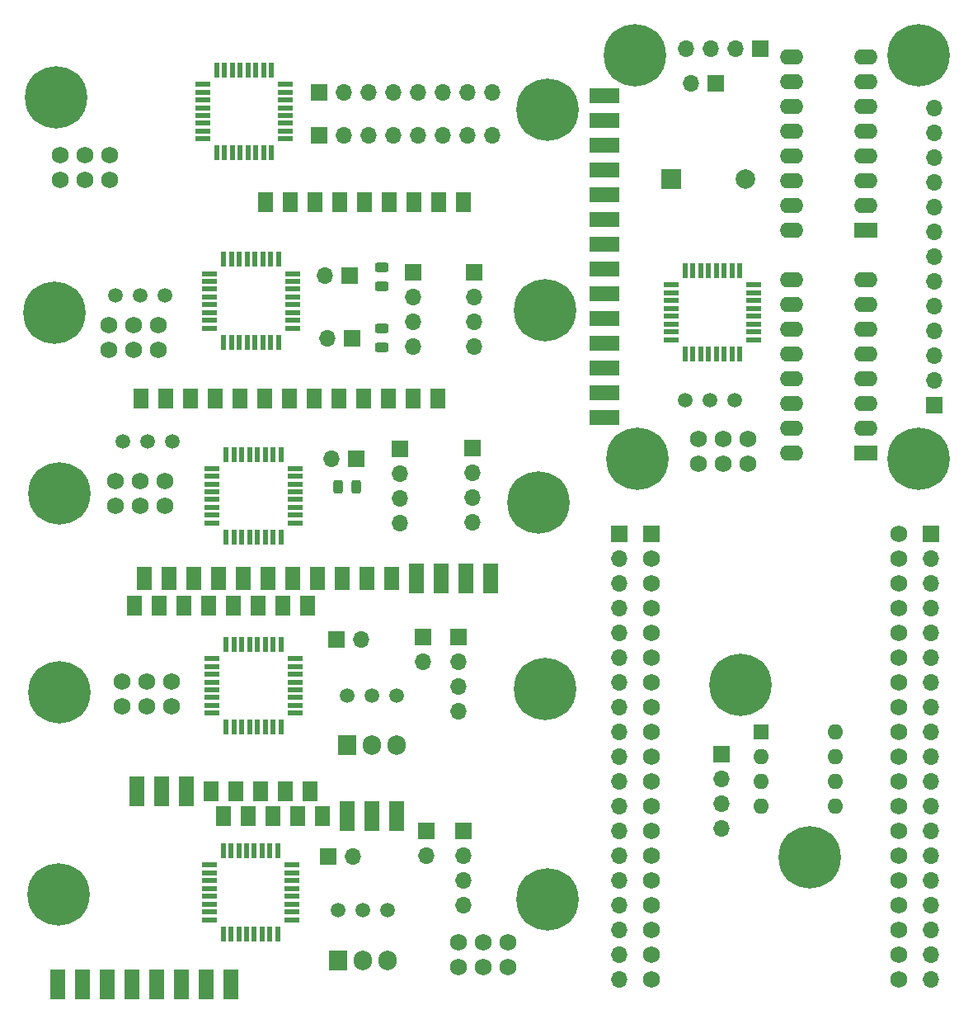
<source format=gbr>
%TF.GenerationSoftware,KiCad,Pcbnew,7.0.7*%
%TF.CreationDate,2023-11-05T16:16:48-05:00*%
%TF.ProjectId,MaisonEtape1,4d616973-6f6e-4457-9461-7065312e6b69,rev?*%
%TF.SameCoordinates,Original*%
%TF.FileFunction,Soldermask,Top*%
%TF.FilePolarity,Negative*%
%FSLAX46Y46*%
G04 Gerber Fmt 4.6, Leading zero omitted, Abs format (unit mm)*
G04 Created by KiCad (PCBNEW 7.0.7) date 2023-11-05 16:16:48*
%MOMM*%
%LPD*%
G01*
G04 APERTURE LIST*
G04 Aperture macros list*
%AMRoundRect*
0 Rectangle with rounded corners*
0 $1 Rounding radius*
0 $2 $3 $4 $5 $6 $7 $8 $9 X,Y pos of 4 corners*
0 Add a 4 corners polygon primitive as box body*
4,1,4,$2,$3,$4,$5,$6,$7,$8,$9,$2,$3,0*
0 Add four circle primitives for the rounded corners*
1,1,$1+$1,$2,$3*
1,1,$1+$1,$4,$5*
1,1,$1+$1,$6,$7*
1,1,$1+$1,$8,$9*
0 Add four rect primitives between the rounded corners*
20,1,$1+$1,$2,$3,$4,$5,0*
20,1,$1+$1,$4,$5,$6,$7,0*
20,1,$1+$1,$6,$7,$8,$9,0*
20,1,$1+$1,$8,$9,$2,$3,0*%
%AMFreePoly0*
4,1,5,0.762000,-1.524000,-0.762000,-1.524000,-0.762000,1.524000,0.762000,1.524000,0.762000,-1.524000,0.762000,-1.524000,$1*%
%AMFreePoly1*
4,1,5,0.762000,-1.200000,-0.762000,-1.200000,-0.762000,1.200000,0.762000,1.200000,0.762000,-1.200000,0.762000,-1.200000,$1*%
%AMFreePoly2*
4,1,5,0.762000,-1.050000,-0.762000,-1.050000,-0.762000,1.050000,0.762000,1.050000,0.762000,-1.050000,0.762000,-1.050000,$1*%
%AMFreePoly3*
4,1,5,0.762000,-1.000000,-0.762000,-1.000000,-0.762000,1.000000,0.762000,1.000000,0.762000,-1.000000,0.762000,-1.000000,$1*%
G04 Aperture macros list end*
%ADD10RoundRect,0.243750X-0.456250X0.243750X-0.456250X-0.243750X0.456250X-0.243750X0.456250X0.243750X0*%
%ADD11FreePoly0,180.000000*%
%ADD12FreePoly1,180.000000*%
%ADD13R,1.700000X1.700000*%
%ADD14O,1.700000X1.700000*%
%ADD15C,1.750000*%
%ADD16C,0.800000*%
%ADD17C,6.400000*%
%ADD18FreePoly0,0.000000*%
%ADD19FreePoly2,0.000000*%
%ADD20R,2.000000X2.000000*%
%ADD21C,2.000000*%
%ADD22R,2.400000X1.600000*%
%ADD23O,2.400000X1.600000*%
%ADD24RoundRect,0.102000X-0.765000X-0.765000X0.765000X-0.765000X0.765000X0.765000X-0.765000X0.765000X0*%
%ADD25C,1.734000*%
%ADD26R,0.550000X1.600000*%
%ADD27R,1.600000X0.550000*%
%ADD28FreePoly3,0.000000*%
%ADD29C,1.500000*%
%ADD30R,1.905000X2.000000*%
%ADD31O,1.905000X2.000000*%
%ADD32FreePoly0,270.000000*%
%ADD33R,1.600000X1.600000*%
%ADD34O,1.600000X1.600000*%
%ADD35RoundRect,0.243750X-0.243750X-0.456250X0.243750X-0.456250X0.243750X0.456250X-0.243750X0.456250X0*%
G04 APERTURE END LIST*
D10*
%TO.C,Window_1*%
X131445000Y-66880500D03*
X131445000Y-68755500D03*
%TD*%
D11*
%TO.C,U2_XT1*%
X142621000Y-98806000D03*
X140081000Y-98806000D03*
X137541000Y-98806000D03*
X135001000Y-98806000D03*
D12*
X132461000Y-98806000D03*
X129921000Y-98806000D03*
X127381000Y-98806000D03*
X124841000Y-98806000D03*
X122301000Y-98806000D03*
X119761000Y-98806000D03*
X117221000Y-98806000D03*
X114681000Y-98806000D03*
X112141000Y-98806000D03*
X109601000Y-98806000D03*
X107061000Y-98806000D03*
%TD*%
D13*
%TO.C,J_U2A1*%
X140750600Y-85410400D03*
D14*
X140750600Y-87950400D03*
X140750600Y-90490400D03*
X140750600Y-93030400D03*
%TD*%
D10*
%TO.C,Window_2*%
X131445000Y-73152000D03*
X131445000Y-75027000D03*
%TD*%
D13*
%TO.C,J14*%
X125027100Y-48895000D03*
D14*
X127567100Y-48895000D03*
X130107100Y-48895000D03*
X132647100Y-48895000D03*
X135187100Y-48895000D03*
X137727100Y-48895000D03*
X140267100Y-48895000D03*
X142807100Y-48895000D03*
%TD*%
D15*
%TO.C,J3*%
X104775000Y-111900000D03*
X104775000Y-109360000D03*
X107315000Y-111900000D03*
X107315000Y-109360000D03*
X109855000Y-111900000D03*
X109855000Y-109360000D03*
%TD*%
D13*
%TO.C,U5_PW1*%
X165735000Y-48006000D03*
D14*
X163195000Y-48006000D03*
%TD*%
D16*
%TO.C,MH15*%
X184163000Y-86461600D03*
X184865944Y-84764544D03*
X184865944Y-88158656D03*
X186563000Y-84061600D03*
D17*
X186563000Y-86461600D03*
D16*
X186563000Y-88861600D03*
X188260056Y-84764544D03*
X188260056Y-88158656D03*
X188963000Y-86461600D03*
%TD*%
D13*
%TO.C,J_SPI_4*%
X139827000Y-124714000D03*
D14*
X139827000Y-127254000D03*
X139827000Y-129794000D03*
X139827000Y-132334000D03*
%TD*%
D13*
%TO.C,J6*%
X187833000Y-94234000D03*
D14*
X187833000Y-96774000D03*
X187833000Y-99314000D03*
X187833000Y-101854000D03*
X187833000Y-104394000D03*
X187833000Y-106934000D03*
X187833000Y-109474000D03*
X187833000Y-112014000D03*
X187833000Y-114554000D03*
X187833000Y-117094000D03*
X187833000Y-119634000D03*
X187833000Y-122174000D03*
X187833000Y-124714000D03*
X187833000Y-127254000D03*
X187833000Y-129794000D03*
X187833000Y-132334000D03*
X187833000Y-134874000D03*
X187833000Y-137414000D03*
X187833000Y-139954000D03*
%TD*%
D18*
%TO.C,U4_XT_L1*%
X98171000Y-140462000D03*
X100711000Y-140462000D03*
X103251000Y-140462000D03*
X105791000Y-140462000D03*
X108331000Y-140462000D03*
X110871000Y-140462000D03*
X113411000Y-140462000D03*
X115951000Y-140462000D03*
%TD*%
D15*
%TO.C,J4*%
X139319000Y-138684000D03*
X139319000Y-136144000D03*
X141859000Y-138684000D03*
X141859000Y-136144000D03*
X144399000Y-138684000D03*
X144399000Y-136144000D03*
%TD*%
D13*
%TO.C,U4_PW1*%
X136017000Y-124699000D03*
D14*
X136017000Y-127239000D03*
%TD*%
D16*
%TO.C,MH12*%
X155287900Y-86533100D03*
X155990844Y-84836044D03*
X155990844Y-88230156D03*
X157687900Y-84133100D03*
D17*
X157687900Y-86533100D03*
D16*
X157687900Y-88933100D03*
X159384956Y-84836044D03*
X159384956Y-88230156D03*
X160087900Y-86533100D03*
%TD*%
D18*
%TO.C,U3_XT_R1*%
X106299000Y-120650000D03*
X108839000Y-120650000D03*
X111379000Y-120650000D03*
D19*
X113919000Y-120650000D03*
X116459000Y-120650000D03*
X118999000Y-120650000D03*
X121539000Y-120650000D03*
X124079000Y-120650000D03*
%TD*%
D20*
%TO.C,BZ1*%
X161183000Y-57810400D03*
D21*
X168783000Y-57810400D03*
%TD*%
D22*
%TO.C,U7*%
X181178200Y-85902800D03*
D23*
X181178200Y-83362800D03*
X181178200Y-80822800D03*
X181178200Y-78282800D03*
X181178200Y-75742800D03*
X181178200Y-73202800D03*
X181178200Y-70662800D03*
X181178200Y-68122800D03*
X173558200Y-68122800D03*
X173558200Y-70662800D03*
X173558200Y-73202800D03*
X173558200Y-75742800D03*
X173558200Y-78282800D03*
X173558200Y-80822800D03*
X173558200Y-83362800D03*
X173558200Y-85902800D03*
%TD*%
D16*
%TO.C,MH4*%
X184213800Y-45072000D03*
X184916744Y-43374944D03*
X184916744Y-46769056D03*
X186613800Y-42672000D03*
D17*
X186613800Y-45072000D03*
D16*
X186613800Y-47472000D03*
X188310856Y-43374944D03*
X188310856Y-46769056D03*
X189013800Y-45072000D03*
%TD*%
D24*
%TO.C,ESP32*%
X159131000Y-94234000D03*
D25*
X159131000Y-96774000D03*
X159131000Y-99314000D03*
X159131000Y-101854000D03*
X159131000Y-104394000D03*
X159131000Y-106934000D03*
X159131000Y-109474000D03*
X159131000Y-112014000D03*
X159131000Y-114554000D03*
X159131000Y-117094000D03*
X159131000Y-119634000D03*
X159131000Y-122174000D03*
X159131000Y-124714000D03*
X159131000Y-127254000D03*
X159131000Y-129794000D03*
X159131000Y-132334000D03*
X159131000Y-134874000D03*
X159131000Y-137414000D03*
X159131000Y-139954000D03*
X184531000Y-139954000D03*
X184531000Y-137414000D03*
X184531000Y-134874000D03*
X184531000Y-132334000D03*
X184531000Y-129794000D03*
X184531000Y-127254000D03*
X184531000Y-124714000D03*
X184531000Y-122174000D03*
X184531000Y-119634000D03*
X184531000Y-117094000D03*
X184531000Y-114554000D03*
X184531000Y-112014000D03*
X184531000Y-109474000D03*
X184531000Y-106934000D03*
X184531000Y-104394000D03*
X184531000Y-101854000D03*
X184531000Y-99314000D03*
X184531000Y-96774000D03*
X184531000Y-94234000D03*
%TD*%
D26*
%TO.C,U1*%
X120853000Y-66040000D03*
X120053000Y-66040000D03*
X119253000Y-66040000D03*
X118453000Y-66040000D03*
X117653000Y-66040000D03*
X116853000Y-66040000D03*
X116053000Y-66040000D03*
X115253000Y-66040000D03*
D27*
X113803000Y-67490000D03*
X113803000Y-68290000D03*
X113803000Y-69090000D03*
X113803000Y-69890000D03*
X113803000Y-70690000D03*
X113803000Y-71490000D03*
X113803000Y-72290000D03*
X113803000Y-73090000D03*
D26*
X115253000Y-74540000D03*
X116053000Y-74540000D03*
X116853000Y-74540000D03*
X117653000Y-74540000D03*
X118453000Y-74540000D03*
X119253000Y-74540000D03*
X120053000Y-74540000D03*
X120853000Y-74540000D03*
D27*
X122303000Y-73090000D03*
X122303000Y-72290000D03*
X122303000Y-71490000D03*
X122303000Y-70690000D03*
X122303000Y-69890000D03*
X122303000Y-69090000D03*
X122303000Y-68290000D03*
X122303000Y-67490000D03*
%TD*%
D22*
%TO.C,U6*%
X181178200Y-63042800D03*
D23*
X181178200Y-60502800D03*
X181178200Y-57962800D03*
X181178200Y-55422800D03*
X181178200Y-52882800D03*
X181178200Y-50342800D03*
X181178200Y-47802800D03*
X181178200Y-45262800D03*
X173558200Y-45262800D03*
X173558200Y-47802800D03*
X173558200Y-50342800D03*
X173558200Y-52882800D03*
X173558200Y-55422800D03*
X173558200Y-57962800D03*
X173558200Y-60502800D03*
X173558200Y-63042800D03*
%TD*%
D28*
%TO.C,LT_XT1*%
X119507000Y-60198000D03*
X122047000Y-60198000D03*
X124587000Y-60198000D03*
X127127000Y-60198000D03*
X129667000Y-60198000D03*
X132207000Y-60198000D03*
X134747000Y-60198000D03*
X137287000Y-60198000D03*
X139827000Y-60198000D03*
%TD*%
%TO.C,U3_XT_L1*%
X106045000Y-101600000D03*
X108585000Y-101600000D03*
X111125000Y-101600000D03*
X113665000Y-101600000D03*
X116205000Y-101600000D03*
X118745000Y-101600000D03*
X121285000Y-101600000D03*
X123825000Y-101600000D03*
%TD*%
D29*
%TO.C,SW_U3*%
X130429000Y-110833200D03*
X127889000Y-110833200D03*
X132969000Y-110833200D03*
%TD*%
D13*
%TO.C,J_SPI_5*%
X170307000Y-44399200D03*
D14*
X167767000Y-44399200D03*
X165227000Y-44399200D03*
X162687000Y-44399200D03*
%TD*%
D27*
%TO.C,U2*%
X114055000Y-87479800D03*
X114055000Y-88279800D03*
X114055000Y-89079800D03*
X114055000Y-89879800D03*
X114055000Y-90679800D03*
X114055000Y-91479800D03*
X114055000Y-92279800D03*
X114055000Y-93079800D03*
D26*
X115505000Y-94529800D03*
X116305000Y-94529800D03*
X117105000Y-94529800D03*
X117905000Y-94529800D03*
X118705000Y-94529800D03*
X119505000Y-94529800D03*
X120305000Y-94529800D03*
X121105000Y-94529800D03*
D27*
X122555000Y-93079800D03*
X122555000Y-92279800D03*
X122555000Y-91479800D03*
X122555000Y-90679800D03*
X122555000Y-89879800D03*
X122555000Y-89079800D03*
X122555000Y-88279800D03*
X122555000Y-87479800D03*
D26*
X121105000Y-86029800D03*
X120305000Y-86029800D03*
X119505000Y-86029800D03*
X118705000Y-86029800D03*
X117905000Y-86029800D03*
X117105000Y-86029800D03*
X116305000Y-86029800D03*
X115505000Y-86029800D03*
%TD*%
D13*
%TO.C,J7*%
X155829000Y-94234000D03*
D14*
X155829000Y-96774000D03*
X155829000Y-99314000D03*
X155829000Y-101854000D03*
X155829000Y-104394000D03*
X155829000Y-106934000D03*
X155829000Y-109474000D03*
X155829000Y-112014000D03*
X155829000Y-114554000D03*
X155829000Y-117094000D03*
X155829000Y-119634000D03*
X155829000Y-122174000D03*
X155829000Y-124714000D03*
X155829000Y-127254000D03*
X155829000Y-129794000D03*
X155829000Y-132334000D03*
X155829000Y-134874000D03*
X155829000Y-137414000D03*
X155829000Y-139954000D03*
%TD*%
D15*
%TO.C,Jmaster1*%
X98425000Y-57912000D03*
X98425000Y-55372000D03*
X100965000Y-57912000D03*
X100965000Y-55372000D03*
X103505000Y-57912000D03*
X103505000Y-55372000D03*
%TD*%
D13*
%TO.C,J_U6*%
X166363000Y-116840000D03*
D14*
X166363000Y-119380000D03*
X166363000Y-121920000D03*
X166363000Y-124460000D03*
%TD*%
D13*
%TO.C,Door1*%
X128885000Y-86486600D03*
D14*
X126345000Y-86486600D03*
%TD*%
D16*
%TO.C,MH21*%
X95978900Y-110422100D03*
X96681844Y-108725044D03*
X96681844Y-112119156D03*
X98378900Y-108022100D03*
D17*
X98378900Y-110422100D03*
D16*
X98378900Y-112822100D03*
X100075956Y-108725044D03*
X100075956Y-112119156D03*
X100778900Y-110422100D03*
%TD*%
D13*
%TO.C,J_SPI_3*%
X139319000Y-104788000D03*
D14*
X139319000Y-107328000D03*
X139319000Y-109868000D03*
X139319000Y-112408000D03*
%TD*%
D16*
%TO.C,MH5*%
X95453800Y-71547100D03*
X96156744Y-69850044D03*
X96156744Y-73244156D03*
X97853800Y-69147100D03*
D17*
X97853800Y-71547100D03*
D16*
X97853800Y-73947100D03*
X99550856Y-69850044D03*
X99550856Y-73244156D03*
X100253800Y-71547100D03*
%TD*%
D29*
%TO.C,SW1*%
X106654600Y-69697600D03*
X104114600Y-69697600D03*
X109194600Y-69697600D03*
%TD*%
D28*
%TO.C,U1_XT1*%
X106781600Y-80289400D03*
X109321600Y-80289400D03*
X111861600Y-80289400D03*
X114401600Y-80289400D03*
X116941600Y-80289400D03*
X119481600Y-80289400D03*
X122021600Y-80289400D03*
X124561600Y-80289400D03*
X127101600Y-80289400D03*
X129641600Y-80289400D03*
X132181600Y-80289400D03*
X134721600Y-80289400D03*
X137261600Y-80289400D03*
%TD*%
D27*
%TO.C,U4*%
X113740000Y-128185600D03*
X113740000Y-128985600D03*
X113740000Y-129785600D03*
X113740000Y-130585600D03*
X113740000Y-131385600D03*
X113740000Y-132185600D03*
X113740000Y-132985600D03*
X113740000Y-133785600D03*
D26*
X115190000Y-135235600D03*
X115990000Y-135235600D03*
X116790000Y-135235600D03*
X117590000Y-135235600D03*
X118390000Y-135235600D03*
X119190000Y-135235600D03*
X119990000Y-135235600D03*
X120790000Y-135235600D03*
D27*
X122240000Y-133785600D03*
X122240000Y-132985600D03*
X122240000Y-132185600D03*
X122240000Y-131385600D03*
X122240000Y-130585600D03*
X122240000Y-129785600D03*
X122240000Y-128985600D03*
X122240000Y-128185600D03*
D26*
X120790000Y-126735600D03*
X119990000Y-126735600D03*
X119190000Y-126735600D03*
X118390000Y-126735600D03*
X117590000Y-126735600D03*
X116790000Y-126735600D03*
X115990000Y-126735600D03*
X115190000Y-126735600D03*
%TD*%
D30*
%TO.C,Q1*%
X127013000Y-137944400D03*
D31*
X129553000Y-137944400D03*
X132093000Y-137944400D03*
%TD*%
D15*
%TO.C,J2*%
X104140000Y-91279800D03*
X104140000Y-88739800D03*
X106680000Y-91279800D03*
X106680000Y-88739800D03*
X109220000Y-91279800D03*
X109220000Y-88739800D03*
%TD*%
D16*
%TO.C,MH30*%
X145809000Y-110122000D03*
X146511944Y-108424944D03*
X146511944Y-111819056D03*
X148209000Y-107722000D03*
D17*
X148209000Y-110122000D03*
D16*
X148209000Y-112522000D03*
X149906056Y-108424944D03*
X149906056Y-111819056D03*
X150609000Y-110122000D03*
%TD*%
D13*
%TO.C,J_U1B1*%
X134696200Y-67370800D03*
D14*
X134696200Y-69910800D03*
X134696200Y-72450800D03*
X134696200Y-74990800D03*
%TD*%
D15*
%TO.C,J1*%
X103454200Y-75336400D03*
X103454200Y-72796400D03*
X105994200Y-75336400D03*
X105994200Y-72796400D03*
X108534200Y-75336400D03*
X108534200Y-72796400D03*
%TD*%
D27*
%TO.C,LT1*%
X113089100Y-48068000D03*
X113089100Y-48868000D03*
X113089100Y-49668000D03*
X113089100Y-50468000D03*
X113089100Y-51268000D03*
X113089100Y-52068000D03*
X113089100Y-52868000D03*
X113089100Y-53668000D03*
D26*
X114539100Y-55118000D03*
X115339100Y-55118000D03*
X116139100Y-55118000D03*
X116939100Y-55118000D03*
X117739100Y-55118000D03*
X118539100Y-55118000D03*
X119339100Y-55118000D03*
X120139100Y-55118000D03*
D27*
X121589100Y-53668000D03*
X121589100Y-52868000D03*
X121589100Y-52068000D03*
X121589100Y-51268000D03*
X121589100Y-50468000D03*
X121589100Y-49668000D03*
X121589100Y-48868000D03*
X121589100Y-48068000D03*
D26*
X120139100Y-46618000D03*
X119339100Y-46618000D03*
X118539100Y-46618000D03*
X117739100Y-46618000D03*
X116939100Y-46618000D03*
X116139100Y-46618000D03*
X115339100Y-46618000D03*
X114539100Y-46618000D03*
%TD*%
D16*
%TO.C,MH11*%
X145174000Y-90999900D03*
X145876944Y-89302844D03*
X145876944Y-92696956D03*
X147574000Y-88599900D03*
D17*
X147574000Y-90999900D03*
D16*
X147574000Y-93399900D03*
X149271056Y-89302844D03*
X149271056Y-92696956D03*
X149974000Y-90999900D03*
%TD*%
D32*
%TO.C,U5_XT1*%
X154305000Y-49276000D03*
X154305000Y-51816000D03*
X154305000Y-54356000D03*
X154305000Y-56896000D03*
X154305000Y-59436000D03*
X154305000Y-61976000D03*
X154305000Y-64516000D03*
X154305000Y-67056000D03*
X154305000Y-69596000D03*
X154305000Y-72136000D03*
X154305000Y-74676000D03*
X154305000Y-77216000D03*
X154305000Y-79756000D03*
X154305000Y-82296000D03*
%TD*%
D33*
%TO.C,U8*%
X170427000Y-114554000D03*
D34*
X170427000Y-117094000D03*
X170427000Y-119634000D03*
X170427000Y-122174000D03*
X178047000Y-122174000D03*
X178047000Y-119634000D03*
X178047000Y-117094000D03*
X178047000Y-114554000D03*
%TD*%
D13*
%TO.C,Window2*%
X128397000Y-74168000D03*
D14*
X125857000Y-74168000D03*
%TD*%
D16*
%TO.C,MH7*%
X95978900Y-90030000D03*
X96681844Y-88332944D03*
X96681844Y-91727056D03*
X98378900Y-87630000D03*
D17*
X98378900Y-90030000D03*
D16*
X98378900Y-92430000D03*
X100075956Y-88332944D03*
X100075956Y-91727056D03*
X100778900Y-90030000D03*
%TD*%
%TO.C,MH50*%
X146063000Y-131686000D03*
X146765944Y-129988944D03*
X146765944Y-133383056D03*
X148463000Y-129286000D03*
D17*
X148463000Y-131686000D03*
D16*
X148463000Y-134086000D03*
X150160056Y-129988944D03*
X150160056Y-133383056D03*
X150863000Y-131686000D03*
%TD*%
D13*
%TO.C,J12*%
X126822200Y-105067400D03*
D14*
X129362200Y-105067400D03*
%TD*%
D15*
%TO.C,J5*%
X163957000Y-86960000D03*
X163957000Y-84420000D03*
X166497000Y-86960000D03*
X166497000Y-84420000D03*
X169037000Y-86960000D03*
X169037000Y-84420000D03*
%TD*%
D16*
%TO.C,MH1*%
X95657000Y-49416000D03*
X96359944Y-47718944D03*
X96359944Y-51113056D03*
X98057000Y-47016000D03*
D17*
X98057000Y-49416000D03*
D16*
X98057000Y-51816000D03*
X99754056Y-47718944D03*
X99754056Y-51113056D03*
X100457000Y-49416000D03*
%TD*%
%TO.C,MH6*%
X145809000Y-71247000D03*
X146511944Y-69549944D03*
X146511944Y-72944056D03*
X148209000Y-68847000D03*
D17*
X148209000Y-71247000D03*
D16*
X148209000Y-73647000D03*
X149906056Y-69549944D03*
X149906056Y-72944056D03*
X150609000Y-71247000D03*
%TD*%
D13*
%TO.C,U3_PW1*%
X135685000Y-104783000D03*
D14*
X135685000Y-107323000D03*
%TD*%
D29*
%TO.C,SW_U4*%
X129553000Y-132833800D03*
X127013000Y-132833800D03*
X132093000Y-132833800D03*
%TD*%
D16*
%TO.C,Mh3*%
X155033900Y-45131100D03*
X155736844Y-43434044D03*
X155736844Y-46828156D03*
X157433900Y-42731100D03*
D17*
X157433900Y-45131100D03*
D16*
X157433900Y-47531100D03*
X159130956Y-43434044D03*
X159130956Y-46828156D03*
X159833900Y-45131100D03*
%TD*%
D13*
%TO.C,J_U1A1*%
X140967600Y-67351600D03*
D14*
X140967600Y-69891600D03*
X140967600Y-72431600D03*
X140967600Y-74971600D03*
%TD*%
D27*
%TO.C,U3*%
X114055000Y-107000000D03*
X114055000Y-107800000D03*
X114055000Y-108600000D03*
X114055000Y-109400000D03*
X114055000Y-110200000D03*
X114055000Y-111000000D03*
X114055000Y-111800000D03*
X114055000Y-112600000D03*
D26*
X115505000Y-114050000D03*
X116305000Y-114050000D03*
X117105000Y-114050000D03*
X117905000Y-114050000D03*
X118705000Y-114050000D03*
X119505000Y-114050000D03*
X120305000Y-114050000D03*
X121105000Y-114050000D03*
D27*
X122555000Y-112600000D03*
X122555000Y-111800000D03*
X122555000Y-111000000D03*
X122555000Y-110200000D03*
X122555000Y-109400000D03*
X122555000Y-108600000D03*
X122555000Y-107800000D03*
X122555000Y-107000000D03*
D26*
X121105000Y-105550000D03*
X120305000Y-105550000D03*
X119505000Y-105550000D03*
X118705000Y-105550000D03*
X117905000Y-105550000D03*
X117105000Y-105550000D03*
X116305000Y-105550000D03*
X115505000Y-105550000D03*
%TD*%
D35*
%TO.C,door_1*%
X126979200Y-89357200D03*
X128854200Y-89357200D03*
%TD*%
D13*
%TO.C,J11*%
X125997000Y-127296600D03*
D14*
X128537000Y-127296600D03*
%TD*%
D13*
%TO.C,Window1*%
X128143000Y-67691000D03*
D14*
X125603000Y-67691000D03*
%TD*%
D29*
%TO.C,SW2*%
X107467400Y-84734400D03*
X104927400Y-84734400D03*
X110007400Y-84734400D03*
%TD*%
D30*
%TO.C,Q2*%
X127889000Y-115913200D03*
D31*
X130429000Y-115913200D03*
X132969000Y-115913200D03*
%TD*%
D13*
%TO.C,J13*%
X125027100Y-53340000D03*
D14*
X127567100Y-53340000D03*
X130107100Y-53340000D03*
X132647100Y-53340000D03*
X135187100Y-53340000D03*
X137727100Y-53340000D03*
X140267100Y-53340000D03*
X142807100Y-53340000D03*
%TD*%
D16*
%TO.C,MH2*%
X146063000Y-50686000D03*
X146765944Y-48988944D03*
X146765944Y-52383056D03*
X148463000Y-48286000D03*
D17*
X148463000Y-50686000D03*
D16*
X148463000Y-53086000D03*
X150160056Y-48988944D03*
X150160056Y-52383056D03*
X150863000Y-50686000D03*
%TD*%
D17*
%TO.C,MH434*%
X175380000Y-127381000D03*
%TD*%
D16*
%TO.C,MH40*%
X95851900Y-131237100D03*
X96554844Y-129540044D03*
X96554844Y-132934156D03*
X98251900Y-128837100D03*
D17*
X98251900Y-131237100D03*
D16*
X98251900Y-133637100D03*
X99948956Y-129540044D03*
X99948956Y-132934156D03*
X100651900Y-131237100D03*
%TD*%
D19*
%TO.C,U4_XT_R1*%
X115189000Y-123190000D03*
X117729000Y-123190000D03*
X120269000Y-123190000D03*
X122809000Y-123190000D03*
X125349000Y-123190000D03*
D18*
X127889000Y-123190000D03*
X130429000Y-123190000D03*
X132969000Y-123190000D03*
%TD*%
D27*
%TO.C,U5*%
X161185000Y-68660000D03*
X161185000Y-69460000D03*
X161185000Y-70260000D03*
X161185000Y-71060000D03*
X161185000Y-71860000D03*
X161185000Y-72660000D03*
X161185000Y-73460000D03*
X161185000Y-74260000D03*
D26*
X162635000Y-75710000D03*
X163435000Y-75710000D03*
X164235000Y-75710000D03*
X165035000Y-75710000D03*
X165835000Y-75710000D03*
X166635000Y-75710000D03*
X167435000Y-75710000D03*
X168235000Y-75710000D03*
D27*
X169685000Y-74260000D03*
X169685000Y-73460000D03*
X169685000Y-72660000D03*
X169685000Y-71860000D03*
X169685000Y-71060000D03*
X169685000Y-70260000D03*
X169685000Y-69460000D03*
X169685000Y-68660000D03*
D26*
X168235000Y-67210000D03*
X167435000Y-67210000D03*
X166635000Y-67210000D03*
X165835000Y-67210000D03*
X165035000Y-67210000D03*
X164235000Y-67210000D03*
X163435000Y-67210000D03*
X162635000Y-67210000D03*
%TD*%
D13*
%TO.C,J_U2B1*%
X133324600Y-85496400D03*
D14*
X133324600Y-88036400D03*
X133324600Y-90576400D03*
X133324600Y-93116400D03*
%TD*%
D17*
%TO.C,MH235*%
X168268000Y-109728000D03*
%TD*%
D29*
%TO.C,SW_U5*%
X165145000Y-80460000D03*
X167685000Y-80460000D03*
X162605000Y-80460000D03*
%TD*%
D13*
%TO.C,J10*%
X188185000Y-81026000D03*
D14*
X188185000Y-78486000D03*
X188185000Y-75946000D03*
X188185000Y-73406000D03*
X188185000Y-70866000D03*
X188185000Y-68326000D03*
X188185000Y-65786000D03*
X188185000Y-63246000D03*
X188185000Y-60706000D03*
X188185000Y-58166000D03*
X188185000Y-55626000D03*
X188185000Y-53086000D03*
X188185000Y-50546000D03*
%TD*%
M02*

</source>
